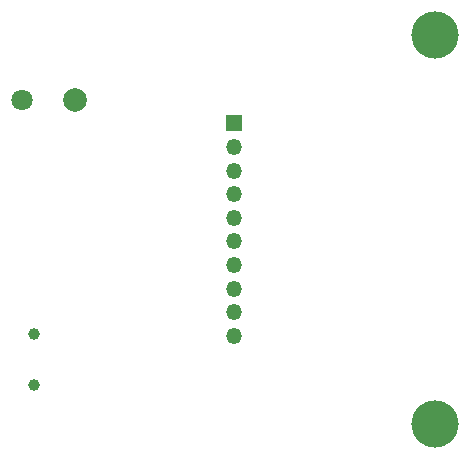
<source format=gbr>
%TF.GenerationSoftware,KiCad,Pcbnew,5.1.9-73d0e3b20d~88~ubuntu20.04.1*%
%TF.CreationDate,2021-01-12T14:06:49+01:00*%
%TF.ProjectId,MRS_Module_Host,4d52535f-4d6f-4647-956c-655f486f7374,1*%
%TF.SameCoordinates,Original*%
%TF.FileFunction,Soldermask,Bot*%
%TF.FilePolarity,Negative*%
%FSLAX46Y46*%
G04 Gerber Fmt 4.6, Leading zero omitted, Abs format (unit mm)*
G04 Created by KiCad (PCBNEW 5.1.9-73d0e3b20d~88~ubuntu20.04.1) date 2021-01-12 14:06:49*
%MOMM*%
%LPD*%
G01*
G04 APERTURE LIST*
%ADD10C,2.000000*%
%ADD11C,1.800000*%
%ADD12O,1.350000X1.350000*%
%ADD13R,1.350000X1.350000*%
%ADD14C,4.000000*%
%ADD15C,1.000000*%
G04 APERTURE END LIST*
D10*
%TO.C,J2*%
X106500000Y-84000000D03*
D11*
X102000000Y-84000000D03*
%TD*%
D12*
%TO.C,MODULE1*%
X120000000Y-88000000D03*
X120000000Y-104000000D03*
X120000000Y-100000000D03*
X120000000Y-94000000D03*
X120000000Y-102000000D03*
X120000000Y-96000000D03*
D13*
X120000000Y-86000000D03*
D12*
X120000000Y-98000000D03*
X120000000Y-90000000D03*
X120000000Y-92000000D03*
D14*
X137000000Y-111500000D03*
X137000000Y-78500000D03*
%TD*%
D15*
%TO.C,J1*%
X103000000Y-108200000D03*
X103000000Y-103800000D03*
%TD*%
M02*

</source>
